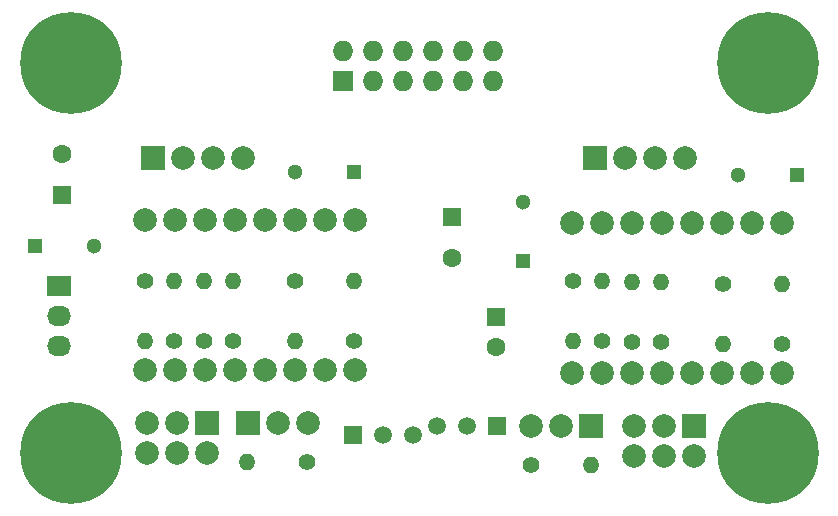
<source format=gbr>
%TF.GenerationSoftware,KiCad,Pcbnew,(6.0.1)*%
%TF.CreationDate,2022-01-17T15:22:50+02:00*%
%TF.ProjectId,prusa_mk2_ext_drv,70727573-615f-46d6-9b32-5f6578745f64,rev?*%
%TF.SameCoordinates,Original*%
%TF.FileFunction,Soldermask,Top*%
%TF.FilePolarity,Negative*%
%FSLAX46Y46*%
G04 Gerber Fmt 4.6, Leading zero omitted, Abs format (unit mm)*
G04 Created by KiCad (PCBNEW (6.0.1)) date 2022-01-17 15:22:50*
%MOMM*%
%LPD*%
G01*
G04 APERTURE LIST*
%ADD10R,2.000000X2.000000*%
%ADD11C,2.000000*%
%ADD12R,1.600000X1.600000*%
%ADD13C,1.600000*%
%ADD14R,1.520000X1.520000*%
%ADD15C,1.520000*%
%ADD16C,1.400000*%
%ADD17O,1.400000X1.400000*%
%ADD18C,0.700000*%
%ADD19C,8.600000*%
%ADD20R,1.300000X1.300000*%
%ADD21C,1.300000*%
%ADD22R,1.727200X1.727200*%
%ADD23O,1.727200X1.727200*%
%ADD24R,2.030000X1.730000*%
%ADD25O,2.030000X1.730000*%
G04 APERTURE END LIST*
D10*
%TO.C,CN4*%
X12000000Y-13000000D03*
D11*
X14540000Y-13000000D03*
X17080000Y-13000000D03*
X19620000Y-13000000D03*
%TD*%
D12*
%TO.C,CP1*%
X41000000Y-26500000D03*
D13*
X41000000Y-29000000D03*
%TD*%
D10*
%TO.C,J1*%
X49080000Y-35750000D03*
D11*
X46540000Y-35750000D03*
X44000000Y-35750000D03*
%TD*%
%TO.C,MD1*%
X47470000Y-31250000D03*
X50010000Y-31250000D03*
X52550000Y-31250000D03*
X55090000Y-31250000D03*
X57630000Y-31250000D03*
X60170000Y-31250000D03*
X62710000Y-31250000D03*
X65250000Y-31250000D03*
X65250000Y-18550000D03*
X62710000Y-18550000D03*
X60170000Y-18550000D03*
X57630000Y-18550000D03*
X55090000Y-18550000D03*
X52550000Y-18550000D03*
X50010000Y-18550000D03*
X47470000Y-18550000D03*
%TD*%
%TO.C,MD2*%
X11250000Y-31000000D03*
X13790000Y-31000000D03*
X16330000Y-31000000D03*
X18870000Y-31000000D03*
X21410000Y-31000000D03*
X23950000Y-31000000D03*
X26490000Y-31000000D03*
X29030000Y-31000000D03*
X29030000Y-18300000D03*
X26490000Y-18300000D03*
X23950000Y-18300000D03*
X21410000Y-18300000D03*
X18870000Y-18300000D03*
X16330000Y-18300000D03*
X13790000Y-18300000D03*
X11250000Y-18300000D03*
%TD*%
D14*
%TO.C,Q1*%
X41080000Y-35750000D03*
D15*
X38540000Y-35750000D03*
X36000000Y-35750000D03*
%TD*%
D14*
%TO.C,Q2*%
X28879800Y-36474400D03*
D15*
X31419800Y-36474400D03*
X33959800Y-36474400D03*
%TD*%
D16*
%TO.C,R2*%
X11250000Y-23420000D03*
D17*
X11250000Y-28500000D03*
%TD*%
D16*
%TO.C,R4*%
X25000000Y-38750000D03*
D17*
X19920000Y-38750000D03*
%TD*%
D16*
%TO.C,R6*%
X29000000Y-28500000D03*
D17*
X29000000Y-23420000D03*
%TD*%
D16*
%TO.C,R11*%
X16250000Y-28500000D03*
D17*
X16250000Y-23420000D03*
%TD*%
D18*
%TO.C,REF\u002A\u002A*%
X5000000Y-1775000D03*
X1775000Y-5000000D03*
X2719581Y-2719581D03*
X7280419Y-7280419D03*
X2719581Y-7280419D03*
X8225000Y-5000000D03*
X5000000Y-8225000D03*
X7280419Y-2719581D03*
D19*
X5000000Y-5000000D03*
%TD*%
D18*
%TO.C,REF\u002A\u002A*%
X61719581Y-7280419D03*
X61719581Y-2719581D03*
X66280419Y-2719581D03*
X64000000Y-1775000D03*
X64000000Y-8225000D03*
X60775000Y-5000000D03*
X66280419Y-7280419D03*
X67225000Y-5000000D03*
D19*
X64000000Y-5000000D03*
%TD*%
D18*
%TO.C,REF\u002A\u002A*%
X8225000Y-38000000D03*
X7280419Y-40280419D03*
X5000000Y-34775000D03*
X1775000Y-38000000D03*
X5000000Y-41225000D03*
X7280419Y-35719581D03*
X2719581Y-35719581D03*
X2719581Y-40280419D03*
D19*
X5000000Y-38000000D03*
%TD*%
D18*
%TO.C,REF\u002A\u002A*%
X64000000Y-41225000D03*
X67225000Y-38000000D03*
X66280419Y-40280419D03*
X60775000Y-38000000D03*
X61719581Y-40280419D03*
X64000000Y-34775000D03*
X66280419Y-35719581D03*
X61719581Y-35719581D03*
D19*
X64000000Y-38000000D03*
%TD*%
D10*
%TO.C,J4*%
X16500000Y-35500000D03*
D11*
X16500000Y-38040000D03*
X13960000Y-35500000D03*
X13960000Y-38040000D03*
X11420000Y-35500000D03*
X11420000Y-38040000D03*
%TD*%
D16*
%TO.C,R3*%
X44000000Y-39000000D03*
D17*
X49080000Y-39000000D03*
%TD*%
D16*
%TO.C,R10*%
X13750000Y-28500000D03*
D17*
X13750000Y-23420000D03*
%TD*%
D16*
%TO.C,R12*%
X18750000Y-28500000D03*
D17*
X18750000Y-23420000D03*
%TD*%
D10*
%TO.C,J2*%
X20000000Y-35500000D03*
D11*
X22540000Y-35500000D03*
X25080000Y-35500000D03*
%TD*%
D16*
%TO.C,R8*%
X52500000Y-28580000D03*
D17*
X52500000Y-23500000D03*
%TD*%
D10*
%TO.C,J3*%
X57750000Y-35750000D03*
D11*
X57750000Y-38290000D03*
X55210000Y-35750000D03*
X55210000Y-38290000D03*
X52670000Y-35750000D03*
X52670000Y-38290000D03*
%TD*%
D16*
%TO.C,R7*%
X50000000Y-28500000D03*
D17*
X50000000Y-23420000D03*
%TD*%
D16*
%TO.C,R9*%
X55000000Y-28580000D03*
D17*
X55000000Y-23500000D03*
%TD*%
D16*
%TO.C,R1*%
X47500000Y-23420000D03*
D17*
X47500000Y-28500000D03*
%TD*%
D16*
%TO.C,R5*%
X65250000Y-28750000D03*
D17*
X65250000Y-23670000D03*
%TD*%
D12*
%TO.C,CP3*%
X4292600Y-16154400D03*
D13*
X4292600Y-12654400D03*
%TD*%
D20*
%TO.C,C2*%
X29000000Y-14250000D03*
D21*
X24000000Y-14250000D03*
%TD*%
D20*
%TO.C,C4*%
X66500000Y-14500000D03*
D21*
X61500000Y-14500000D03*
%TD*%
D10*
%TO.C,CN3*%
X49380000Y-13000000D03*
D11*
X51920000Y-13000000D03*
X54460000Y-13000000D03*
X57000000Y-13000000D03*
%TD*%
D22*
%TO.C,CN2*%
X28090000Y-6540000D03*
D23*
X28090000Y-4000000D03*
X30630000Y-6540000D03*
X30630000Y-4000000D03*
X33170000Y-6540000D03*
X33170000Y-4000000D03*
X35710000Y-6540000D03*
X35710000Y-4000000D03*
X38250000Y-6540000D03*
X38250000Y-4000000D03*
X40790000Y-6540000D03*
X40790000Y-4000000D03*
%TD*%
D16*
%TO.C,R13*%
X60250000Y-23670000D03*
D17*
X60250000Y-28750000D03*
%TD*%
D16*
%TO.C,R14*%
X24000000Y-23420000D03*
D17*
X24000000Y-28500000D03*
%TD*%
D20*
%TO.C,C1*%
X43250000Y-21750000D03*
D21*
X43250000Y-16750000D03*
%TD*%
D24*
%TO.C,CN1*%
X3987800Y-23876000D03*
D25*
X3987800Y-26416000D03*
X3987800Y-28956000D03*
%TD*%
D12*
%TO.C,CP2*%
X37236400Y-17988400D03*
D13*
X37236400Y-21488400D03*
%TD*%
D20*
%TO.C,C3*%
X2000000Y-20500000D03*
D21*
X7000000Y-20500000D03*
%TD*%
M02*

</source>
